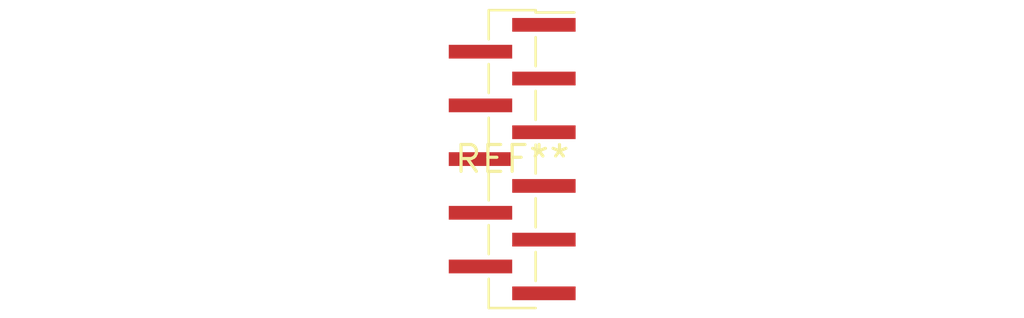
<source format=kicad_pcb>
(kicad_pcb (version 20240108) (generator pcbnew)
  (layers (0 "F.Cu" signal) (31 "B.Cu" signal) (34 "B.Paste" user) (35 "F.Paste" user) (36 "B.SilkS" user "B.Silkscreen") (37 "F.SilkS" user "F.Silkscreen") (38 "B.Mask" user) (39 "F.Mask" user) (44 "Edge.Cuts" user))
  (net 0 "")
  (footprint "PinHeader_1x11_P1.27mm_Vertical_SMD_Pin1Right" (layer "F.Cu") (at 0 0)
    (property "Reference" "REF**")
    (property "Value" "PinHeader_1x11_P1.27mm_Vertical_SMD_Pin1Right")
    (fp_line (start -1.11 -7.045) (end 1.11 -7.045) (layer "F.SilkS") (stroke (width 0.12)))
    (fp_line (start -1.11 -7.035) (end -1.11 -5.665) (layer "F.SilkS") (stroke (width 0.12)))
    (fp_line (start -1.11 -4.495) (end -1.11 -3.125) (layer "F.SilkS") (stroke (width 0.12)))
    (fp_line (start -1.11 -1.955) (end -1.11 -0.585) (layer "F.SilkS") (stroke (width 0.12)))
    (fp_line (start -1.11 0.585) (end -1.11 1.955) (layer "F.SilkS") (stroke (width 0.12)))
    (fp_line (start -1.11 3.125) (end -1.11 4.495) (layer "F.SilkS") (stroke (width 0.12)))
    (fp_line (start -1.11 5.665) (end -1.11 7.035) (layer "F.SilkS") (stroke (width 0.12)))
    (fp_line (start -1.11 6.935) (end -1.11 7.045) (layer "F.SilkS") (stroke (width 0.12)))
    (fp_line (start -1.11 7.045) (end 1.11 7.045) (layer "F.SilkS") (stroke (width 0.12)))
    (fp_line (start 1.11 -7.045) (end 1.11 -6.935) (layer "F.SilkS") (stroke (width 0.12)))
    (fp_line (start 1.11 -6.935) (end 2.94 -6.935) (layer "F.SilkS") (stroke (width 0.12)))
    (fp_line (start 1.11 -5.765) (end 1.11 -4.395) (layer "F.SilkS") (stroke (width 0.12)))
    (fp_line (start 1.11 -3.225) (end 1.11 -1.855) (layer "F.SilkS") (stroke (width 0.12)))
    (fp_line (start 1.11 -0.685) (end 1.11 0.685) (layer "F.SilkS") (stroke (width 0.12)))
    (fp_line (start 1.11 1.855) (end 1.11 3.225) (layer "F.SilkS") (stroke (width 0.12)))
    (fp_line (start 1.11 4.395) (end 1.11 5.765) (layer "F.SilkS") (stroke (width 0.12)))
    (pad "1" smd rect (at 1.5 -6.35) (size 3 0.65) (layers "F.Cu" "F.Paste" "F.Mask"))
    (pad "2" smd rect (at -1.5 -5.08) (size 3 0.65) (layers "F.Cu" "F.Paste" "F.Mask"))
    (pad "3" smd rect (at 1.5 -3.81) (size 3 0.65) (layers "F.Cu" "F.Paste" "F.Mask"))
    (pad "4" smd rect (at -1.5 -2.54) (size 3 0.65) (layers "F.Cu" "F.Paste" "F.Mask"))
    (pad "5" smd rect (at 1.5 -1.27) (size 3 0.65) (layers "F.Cu" "F.Paste" "F.Mask"))
    (pad "6" smd rect (at -1.5 0) (size 3 0.65) (layers "F.Cu" "F.Paste" "F.Mask"))
    (pad "7" smd rect (at 1.5 1.27) (size 3 0.65) (layers "F.Cu" "F.Paste" "F.Mask"))
    (pad "8" smd rect (at -1.5 2.54) (size 3 0.65) (layers "F.Cu" "F.Paste" "F.Mask"))
    (pad "9" smd rect (at 1.5 3.81) (size 3 0.65) (layers "F.Cu" "F.Paste" "F.Mask"))
    (pad "10" smd rect (at -1.5 5.08) (size 3 0.65) (layers "F.Cu" "F.Paste" "F.Mask"))
    (pad "11" smd rect (at 1.5 6.35) (size 3 0.65) (layers "F.Cu" "F.Paste" "F.Mask"))
  )
)
</source>
